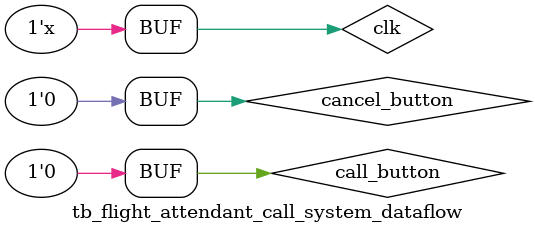
<source format=v>
`timescale 1ns / 1ps

module tb_flight_attendant_call_system_dataflow;

reg clk;
reg call_button;
reg cancel_button;

wire light_state;

flight_attendant_call_system_dataflow u1 (
    .clk(clk),
    .call_button(call_button),
    .cancel_button(cancel_button),
    .light_state(light_state)
   );
   
initial
begin

clk = 0;
call_button = 0;
cancel_button = 0;

#10;

call_button = 1;
cancel_button = 0;

#10;

call_button = 0;
cancel_button = 1;

#10;

call_button = 1;
cancel_button = 1;

#10;

call_button = 0;
cancel_button = 0;

#10;

call_button = 1;
cancel_button = 0;

#10;

cancel_button = 1;

#20;

cancel_button = 0;

#20;

call_button = 0;
cancel_button = 1;

#20;

call_button = 0;
cancel_button = 0;

end

always
#5 clk = ~clk;

endmodule

</source>
